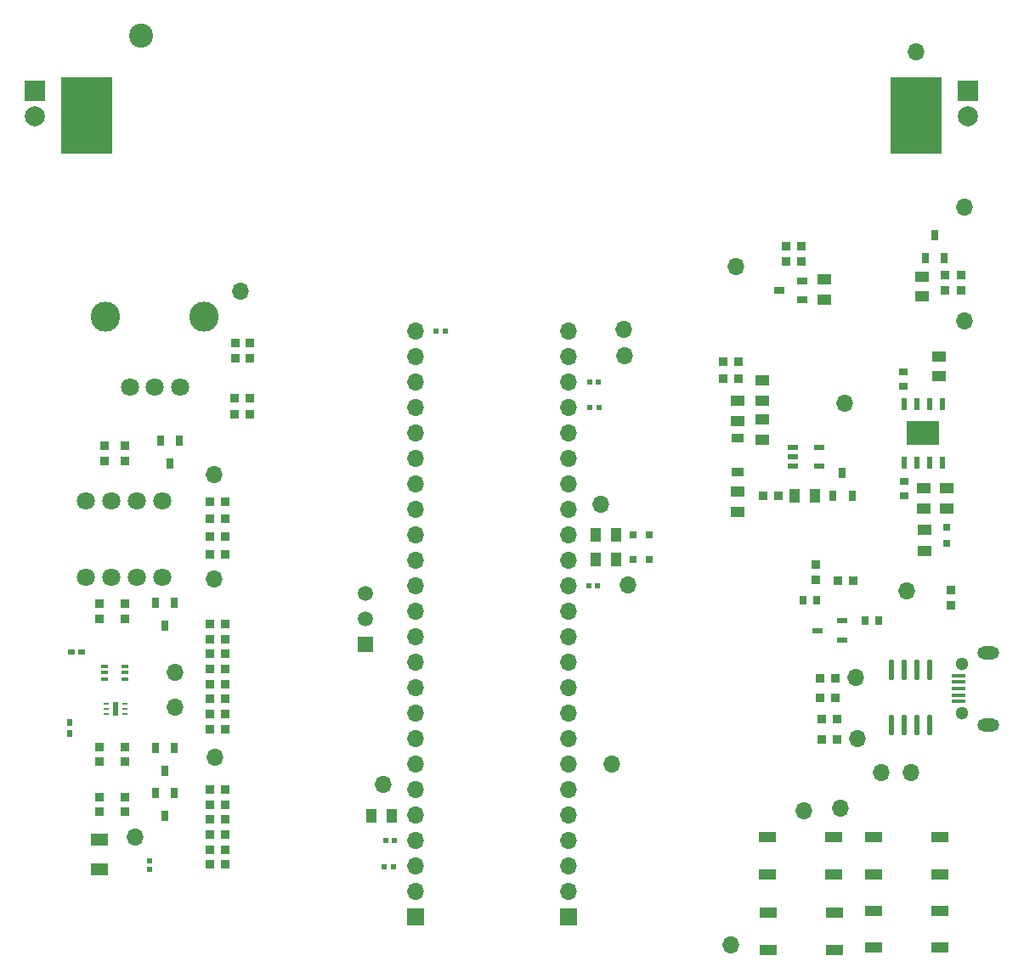
<source format=gbr>
%TF.GenerationSoftware,KiCad,Pcbnew,7.0.1-3b83917a11~172~ubuntu22.04.1*%
%TF.CreationDate,2023-03-21T11:42:11+02:00*%
%TF.ProjectId,EEE3088F_CKR,45454533-3038-4384-965f-434b522e6b69,rev?*%
%TF.SameCoordinates,Original*%
%TF.FileFunction,Soldermask,Top*%
%TF.FilePolarity,Negative*%
%FSLAX46Y46*%
G04 Gerber Fmt 4.6, Leading zero omitted, Abs format (unit mm)*
G04 Created by KiCad (PCBNEW 7.0.1-3b83917a11~172~ubuntu22.04.1) date 2023-03-21 11:42:11*
%MOMM*%
%LPD*%
G01*
G04 APERTURE LIST*
%ADD10R,1.701016X1.207518*%
%ADD11R,0.806477X0.864008*%
%ADD12R,0.864008X0.806477*%
%ADD13O,1.700000X1.700000*%
%ADD14R,1.700000X1.000000*%
%ADD15R,0.780010X0.350013*%
%ADD16R,1.132537X1.377013*%
%ADD17O,0.588011X2.045009*%
%ADD18R,1.399543X1.000000*%
%ADD19R,0.800000X1.000000*%
%ADD20R,0.900000X0.800000*%
%ADD21R,0.565659X0.540005*%
%ADD22R,1.377013X1.132537*%
%ADD23C,1.800000*%
%ADD24R,0.800000X0.800000*%
%ADD25R,1.150013X0.950013*%
%ADD26R,1.000000X0.600000*%
%ADD27R,0.800000X0.900000*%
%ADD28R,1.500000X1.500000*%
%ADD29C,1.500000*%
%ADD30R,0.600000X1.200000*%
%ADD31R,3.300000X2.400000*%
%ADD32R,1.700000X1.700000*%
%ADD33R,1.070003X0.600000*%
%ADD34R,2.000000X2.000000*%
%ADD35C,2.000000*%
%ADD36R,0.790094X0.540005*%
%ADD37R,0.540005X0.565659*%
%ADD38C,2.400000*%
%ADD39R,5.080010X7.620015*%
%ADD40R,0.540005X0.790094*%
%ADD41R,1.400000X0.400000*%
%ADD42C,1.300000*%
%ADD43O,2.200000X1.300000*%
%ADD44R,0.584989X0.280010*%
%ADD45R,0.559995X1.370003*%
%ADD46R,1.000000X0.800000*%
%ADD47O,2.900000X3.000000*%
G04 APERTURE END LIST*
D10*
%TO.C,R25*%
X95850000Y-124178791D03*
X95850000Y-121221209D03*
%TD*%
D11*
%TO.C,R20*%
X170950000Y-95351664D03*
X169443268Y-95351664D03*
%TD*%
D12*
%TO.C,R24*%
X98350000Y-118453366D03*
X98350000Y-116946634D03*
%TD*%
D11*
%TO.C,R34*%
X106850000Y-104200000D03*
X108356732Y-104200000D03*
%TD*%
D13*
%TO.C,TP21*%
X148150000Y-72950000D03*
%TD*%
%TO.C,TP17*%
X169650000Y-118050000D03*
%TD*%
D14*
%TO.C,SW1*%
X179539975Y-132000191D03*
X172940025Y-132000216D03*
X179539975Y-128299784D03*
X172940025Y-128299809D03*
%TD*%
D12*
%TO.C,R28*%
X98350000Y-111946634D03*
X98350000Y-113453366D03*
%TD*%
D15*
%TO.C,U5*%
X96370016Y-103900026D03*
X96370016Y-104550013D03*
X96370016Y-105200000D03*
X98350000Y-105200000D03*
X98350000Y-104550013D03*
X98350000Y-103900026D03*
%TD*%
D13*
%TO.C,TP3*%
X170050000Y-77700000D03*
%TD*%
D16*
%TO.C,R11*%
X167100000Y-86900013D03*
X165100000Y-86900013D03*
%TD*%
D12*
%TO.C,R17*%
X167196634Y-95305030D03*
X167196634Y-93798298D03*
%TD*%
D11*
%TO.C,R30*%
X106850000Y-108700000D03*
X108356732Y-108700000D03*
%TD*%
D17*
%TO.C,U9*%
X178530398Y-104277584D03*
X177260395Y-104277584D03*
X175990393Y-104277584D03*
X174720390Y-104277584D03*
X174720390Y-109822416D03*
X175990393Y-109822416D03*
X177260395Y-109822416D03*
X178530398Y-109822416D03*
%TD*%
D18*
%TO.C,D1*%
X178024923Y-90305259D03*
X178024923Y-92405843D03*
%TD*%
D19*
%TO.C,Q2*%
X178099974Y-63250000D03*
X180000000Y-63250000D03*
X179050038Y-60949974D03*
%TD*%
D12*
%TO.C,R22*%
X95850000Y-118453366D03*
X95850000Y-116946634D03*
%TD*%
D11*
%TO.C,R36*%
X106850000Y-122200000D03*
X108356732Y-122200000D03*
%TD*%
D20*
%TO.C,C2*%
X176025007Y-85485859D03*
X176025007Y-86885909D03*
%TD*%
D11*
%TO.C,R69*%
X106846634Y-92750000D03*
X108353366Y-92750000D03*
%TD*%
D13*
%TO.C,TP22*%
X124100000Y-115700000D03*
%TD*%
D21*
%TO.C,R50*%
X125182817Y-121300000D03*
X124317183Y-121300000D03*
%TD*%
%TO.C,R49*%
X144650000Y-75600000D03*
X145515634Y-75600000D03*
%TD*%
D11*
%TO.C,R46*%
X106843268Y-99700000D03*
X108350000Y-99700000D03*
%TD*%
D22*
%TO.C,R4*%
X161825000Y-79300013D03*
X161825000Y-81300013D03*
%TD*%
D13*
%TO.C,TP4*%
X177150000Y-42600000D03*
%TD*%
D11*
%TO.C,R66*%
X169276634Y-109210000D03*
X167769902Y-109210000D03*
%TD*%
%TO.C,R44*%
X109296634Y-78800000D03*
X110803366Y-78800000D03*
%TD*%
D19*
%TO.C,Q4*%
X103800013Y-81421996D03*
X101899987Y-81421996D03*
X102849949Y-83722022D03*
%TD*%
D11*
%TO.C,R42*%
X106843268Y-101200000D03*
X108350000Y-101200000D03*
%TD*%
D23*
%TO.C,U7*%
X94500000Y-95010008D03*
X97040005Y-95010008D03*
X99580011Y-95010008D03*
X102120016Y-95010008D03*
X102120016Y-87389992D03*
X99580011Y-87389992D03*
X97040005Y-87389992D03*
X94500000Y-87389992D03*
%TD*%
D24*
%TO.C,D5*%
X150599200Y-90796571D03*
X149000266Y-90803429D03*
%TD*%
D22*
%TO.C,R10*%
X179500000Y-75000000D03*
X179500000Y-73000000D03*
%TD*%
D21*
%TO.C,R48*%
X144717183Y-78100000D03*
X145582817Y-78100000D03*
%TD*%
D22*
%TO.C,R15*%
X177750000Y-67050000D03*
X177750000Y-65050000D03*
%TD*%
D13*
%TO.C,TP11*%
X103350000Y-108000000D03*
%TD*%
D11*
%TO.C,R68*%
X167776634Y-111210000D03*
X169283366Y-111210000D03*
%TD*%
D22*
%TO.C,R8*%
X180274923Y-86155405D03*
X180274923Y-88155405D03*
%TD*%
D12*
%TO.C,R1*%
X180650000Y-96346634D03*
X180650000Y-97853366D03*
%TD*%
D25*
%TO.C,D2*%
X159400000Y-81182608D03*
X159400000Y-84567418D03*
%TD*%
D16*
%TO.C,R56*%
X145299733Y-93300000D03*
X147299733Y-93300000D03*
%TD*%
D12*
%TO.C,R27*%
X95850000Y-99206732D03*
X95850000Y-97700000D03*
%TD*%
D16*
%TO.C,R57*%
X145299733Y-90800000D03*
X147299733Y-90800000D03*
%TD*%
D19*
%TO.C,Q7*%
X103300013Y-97549987D03*
X101399987Y-97549987D03*
X102349949Y-99850013D03*
%TD*%
D26*
%TO.C,U2*%
X164899796Y-82089072D03*
X164899796Y-83039034D03*
X164899796Y-83988996D03*
X167500000Y-83988996D03*
X167500000Y-82089072D03*
%TD*%
D14*
%TO.C,SW2*%
X169049975Y-132190191D03*
X162450025Y-132190216D03*
X169049975Y-128489784D03*
X162450025Y-128489809D03*
%TD*%
D13*
%TO.C,TP5*%
X159200000Y-64100000D03*
%TD*%
D27*
%TO.C,C4*%
X172096609Y-99351664D03*
X173496659Y-99351664D03*
%TD*%
D22*
%TO.C,R7*%
X159425000Y-86500013D03*
X159425000Y-88500013D03*
%TD*%
%TO.C,R3*%
X161825000Y-75450013D03*
X161825000Y-77450013D03*
%TD*%
D21*
%TO.C,R63*%
X144617183Y-95900000D03*
X145482817Y-95900000D03*
%TD*%
D28*
%TO.C,J4*%
X122350000Y-101740005D03*
D29*
X122350000Y-99200000D03*
X122350000Y-96659995D03*
%TD*%
D11*
%TO.C,R70*%
X106846634Y-89250000D03*
X108353366Y-89250000D03*
%TD*%
D13*
%TO.C,TP27*%
X176650000Y-114500000D03*
%TD*%
%TO.C,TP23*%
X171150000Y-105000000D03*
%TD*%
D30*
%TO.C,U1*%
X179805018Y-77763412D03*
X178535015Y-77763412D03*
X177265013Y-77763412D03*
X175995010Y-77763412D03*
X175995010Y-83580024D03*
X177265013Y-83580024D03*
X178535015Y-83580024D03*
X179805018Y-83580024D03*
D31*
X177900014Y-80671718D03*
%TD*%
D11*
%TO.C,R40*%
X109296634Y-77200000D03*
X110803366Y-77200000D03*
%TD*%
D32*
%TO.C,J3*%
X142590000Y-128930000D03*
D13*
X142590000Y-126390000D03*
X142590000Y-123850000D03*
X142590000Y-121310000D03*
X142590000Y-118770000D03*
X142590000Y-116230000D03*
X142590000Y-113690000D03*
X142590000Y-111150000D03*
X142590000Y-108610000D03*
X142590000Y-106070000D03*
X142590000Y-103530000D03*
X142590000Y-100990000D03*
X142590000Y-98450000D03*
X142590000Y-95910000D03*
X142590000Y-93370000D03*
X142590000Y-90830000D03*
X142590000Y-88290000D03*
X142590000Y-85750000D03*
X142590000Y-83210000D03*
X142590000Y-80670000D03*
X142590000Y-78130000D03*
X142590000Y-75590000D03*
X142590000Y-73050000D03*
X142590000Y-70510000D03*
X127350000Y-70510000D03*
X127350000Y-73050000D03*
X127350000Y-75590000D03*
X127350000Y-78130000D03*
X127350000Y-80670000D03*
X127350000Y-83210000D03*
X127350000Y-85750000D03*
X127350000Y-88290000D03*
X127350000Y-90830000D03*
X127350000Y-93370000D03*
X127350000Y-95910000D03*
X127350000Y-98450000D03*
X127350000Y-100990000D03*
X127350000Y-103530000D03*
X127350000Y-106070000D03*
X127350000Y-108610000D03*
X127350000Y-111150000D03*
X127350000Y-113690000D03*
X127350000Y-116230000D03*
X127350000Y-118770000D03*
X127350000Y-121310000D03*
X127350000Y-123850000D03*
X127350000Y-126390000D03*
D32*
X127350000Y-128930000D03*
%TD*%
D11*
%TO.C,R38*%
X106850000Y-123700000D03*
X108356732Y-123700000D03*
%TD*%
%TO.C,R45*%
X106850000Y-120700000D03*
X108356732Y-120700000D03*
%TD*%
D13*
%TO.C,TP18*%
X148050000Y-70300000D03*
%TD*%
D19*
%TO.C,Q1*%
X168899987Y-86900026D03*
X170800013Y-86900026D03*
X169850051Y-84600000D03*
%TD*%
D33*
%TO.C,U3*%
X169831711Y-101301626D03*
X169831711Y-99401702D03*
X167361557Y-100351664D03*
%TD*%
D34*
%TO.C,J2*%
X89350000Y-46500000D03*
D35*
X89350000Y-49040006D03*
%TD*%
D13*
%TO.C,TP2*%
X182000000Y-58100000D03*
%TD*%
D21*
%TO.C,R55*%
X125082817Y-123900000D03*
X124217183Y-123900000D03*
%TD*%
D13*
%TO.C,TP16*%
X166000000Y-118350000D03*
%TD*%
D22*
%TO.C,R19*%
X168051339Y-65350013D03*
X168051339Y-67350013D03*
%TD*%
D36*
%TO.C,C6*%
X93000000Y-102500000D03*
X94090170Y-102500000D03*
%TD*%
D13*
%TO.C,TP10*%
X107350000Y-113000000D03*
%TD*%
D34*
%TO.C,J1*%
X182350000Y-46500000D03*
D35*
X182350000Y-49040006D03*
%TD*%
D12*
%TO.C,R18*%
X164201339Y-63553379D03*
X164201339Y-62046647D03*
%TD*%
D11*
%TO.C,R31*%
X106850000Y-102700000D03*
X108356732Y-102700000D03*
%TD*%
D37*
%TO.C,TH1*%
X100850000Y-123334366D03*
X100850000Y-124200000D03*
%TD*%
D16*
%TO.C,R64*%
X122950000Y-118800000D03*
X124950000Y-118800000D03*
%TD*%
D13*
%TO.C,TP26*%
X107218000Y-95212000D03*
%TD*%
%TO.C,TP1*%
X182000000Y-69500000D03*
%TD*%
%TO.C,TP15*%
X158750000Y-131750000D03*
%TD*%
D11*
%TO.C,R37*%
X109343268Y-71700000D03*
X110850000Y-71700000D03*
%TD*%
D27*
%TO.C,C3*%
X167296659Y-97351664D03*
X165896609Y-97351664D03*
%TD*%
D12*
%TO.C,R14*%
X181650000Y-64900000D03*
X181650000Y-66406732D03*
%TD*%
D13*
%TO.C,TP28*%
X173700000Y-114550000D03*
%TD*%
D11*
%TO.C,R41*%
X106850000Y-119200000D03*
X108356732Y-119200000D03*
%TD*%
D12*
%TO.C,R26*%
X95850000Y-111946634D03*
X95850000Y-113453366D03*
%TD*%
D19*
%TO.C,Q6*%
X103300013Y-112049987D03*
X101399987Y-112049987D03*
X102349949Y-114350013D03*
%TD*%
D13*
%TO.C,TP19*%
X148450000Y-95800000D03*
%TD*%
%TO.C,TP7*%
X109850000Y-66500000D03*
%TD*%
D11*
%TO.C,R67*%
X167643268Y-107100000D03*
X169150000Y-107100000D03*
%TD*%
D13*
%TO.C,TP8*%
X99350000Y-121000000D03*
%TD*%
D12*
%TO.C,R21*%
X96350000Y-81946634D03*
X96350000Y-83453366D03*
%TD*%
D11*
%TO.C,R12*%
X163453366Y-86900013D03*
X161946634Y-86900013D03*
%TD*%
D14*
%TO.C,SW4*%
X179539975Y-124660191D03*
X172940025Y-124660216D03*
X179539975Y-120959784D03*
X172940025Y-120959809D03*
%TD*%
D38*
%TO.C,u6*%
X100010020Y-41000000D03*
D39*
X177163183Y-49000000D03*
X94536817Y-49000000D03*
%TD*%
D40*
%TO.C,C5*%
X92850000Y-110590170D03*
X92850000Y-109500000D03*
%TD*%
D11*
%TO.C,R39*%
X109343268Y-73200000D03*
X110850000Y-73200000D03*
%TD*%
D13*
%TO.C,TP6*%
X176300000Y-96400000D03*
%TD*%
%TO.C,TP24*%
X171350000Y-111100000D03*
%TD*%
D11*
%TO.C,R72*%
X106846634Y-87500000D03*
X108353366Y-87500000D03*
%TD*%
D19*
%TO.C,Q5*%
X103300013Y-116549987D03*
X101399987Y-116549987D03*
X102349949Y-118850013D03*
%TD*%
D14*
%TO.C,SW3*%
X168989975Y-124660191D03*
X162390025Y-124660216D03*
X168989975Y-120959784D03*
X162390025Y-120959809D03*
%TD*%
D13*
%TO.C,TP9*%
X103350000Y-104500000D03*
%TD*%
D11*
%TO.C,R33*%
X106850000Y-110200000D03*
X108356732Y-110200000D03*
%TD*%
D21*
%TO.C,R58*%
X129384366Y-70500000D03*
X130250000Y-70500000D03*
%TD*%
D20*
%TO.C,C1*%
X175925007Y-75985884D03*
X175925007Y-74585834D03*
%TD*%
D22*
%TO.C,R6*%
X159400000Y-77475013D03*
X159400000Y-79475013D03*
%TD*%
D11*
%TO.C,R2*%
X159478366Y-75200013D03*
X157971634Y-75200013D03*
%TD*%
D24*
%TO.C,D3*%
X180271494Y-90055938D03*
X180278352Y-91654872D03*
%TD*%
D41*
%TO.C,U8*%
X181385827Y-107449975D03*
X181385827Y-106799987D03*
X181385827Y-106150000D03*
X181385827Y-105500013D03*
X181385827Y-104850025D03*
D42*
X181758446Y-103725057D03*
D43*
X184428499Y-102550051D03*
X184428499Y-109749949D03*
D42*
X181758446Y-108574943D03*
%TD*%
D11*
%TO.C,R71*%
X106846634Y-91000000D03*
X108353366Y-91000000D03*
%TD*%
D12*
%TO.C,R29*%
X98350000Y-97700000D03*
X98350000Y-99206732D03*
%TD*%
D11*
%TO.C,R47*%
X106843268Y-117700000D03*
X108350000Y-117700000D03*
%TD*%
%TO.C,R35*%
X106850000Y-107200000D03*
X108356732Y-107200000D03*
%TD*%
D12*
%TO.C,R23*%
X98350000Y-81946634D03*
X98350000Y-83453366D03*
%TD*%
D11*
%TO.C,R43*%
X106850000Y-116200000D03*
X108356732Y-116200000D03*
%TD*%
D13*
%TO.C,TP25*%
X107218000Y-84798000D03*
%TD*%
%TO.C,TP20*%
X145800000Y-87800000D03*
%TD*%
D11*
%TO.C,R65*%
X169150000Y-105100000D03*
X167643268Y-105100000D03*
%TD*%
D24*
%TO.C,D4*%
X150599200Y-93293142D03*
X149000266Y-93300000D03*
%TD*%
D13*
%TO.C,TP14*%
X146850000Y-113650000D03*
%TD*%
D12*
%TO.C,R16*%
X165801339Y-63553379D03*
X165801339Y-62046647D03*
%TD*%
D11*
%TO.C,R9*%
X157996634Y-73575013D03*
X159503366Y-73575013D03*
%TD*%
D12*
%TO.C,R13*%
X180050000Y-64900000D03*
X180050000Y-66406732D03*
%TD*%
D44*
%TO.C,U4*%
X98350000Y-108700000D03*
X98350000Y-108200127D03*
X98350000Y-107700000D03*
X96515100Y-107700000D03*
X96515100Y-108200127D03*
X96515100Y-108700000D03*
D45*
X97432550Y-108200127D03*
%TD*%
D22*
%TO.C,R5*%
X177974923Y-88155551D03*
X177974923Y-86155551D03*
%TD*%
D46*
%TO.C,Q3*%
X165850000Y-67400026D03*
X165850000Y-65500000D03*
X163549974Y-66449962D03*
%TD*%
D23*
%TO.C,RV1*%
X98849873Y-76072009D03*
X101350000Y-76072009D03*
X103849873Y-76072009D03*
D47*
X96450076Y-69072009D03*
X106249924Y-69072009D03*
%TD*%
D11*
%TO.C,R32*%
X106850000Y-105700000D03*
X108356732Y-105700000D03*
%TD*%
M02*

</source>
